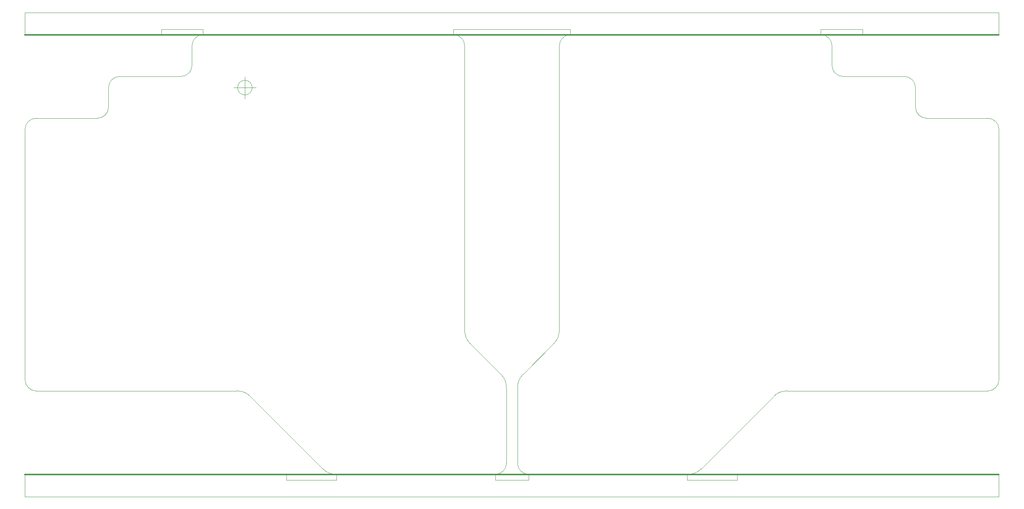
<source format=gm1>
%TF.GenerationSoftware,KiCad,Pcbnew,(6.0.7-1)-1*%
%TF.CreationDate,2022-09-06T15:15:45+08:00*%
%TF.ProjectId,Input,496e7075-742e-46b6-9963-61645f706362,2*%
%TF.SameCoordinates,PX7f2c270PY3f96138*%
%TF.FileFunction,Profile,NP*%
%FSLAX46Y46*%
G04 Gerber Fmt 4.6, Leading zero omitted, Abs format (unit mm)*
G04 Created by KiCad (PCBNEW (6.0.7-1)-1) date 2022-09-06 15:15:45*
%MOMM*%
%LPD*%
G01*
G04 APERTURE LIST*
%TA.AperFunction,Profile*%
%ADD10C,0.300000*%
%TD*%
%TA.AperFunction,Profile*%
%ADD11C,0.120000*%
%TD*%
G04 APERTURE END LIST*
D10*
X-88265000Y-78740000D02*
X133985000Y-78740000D01*
X-88265000Y21590000D02*
X133985000Y21590000D01*
D11*
X133985000Y-78740000D02*
X74295000Y-78740000D01*
X12065030Y-45720001D02*
G75*
G03*
X13335000Y-48895000I4175570J-171299D01*
G01*
X74295000Y-80010000D02*
X74295000Y-78740000D01*
X-17145000Y-80010000D02*
X-28575000Y-80010000D01*
X-88265000Y-78740000D02*
X-88265000Y-83820000D01*
X21589970Y-59054999D02*
G75*
G03*
X20320000Y-55880000I-4175570J171299D01*
G01*
X133985000Y26670000D02*
X133985000Y21590000D01*
X85724999Y-59690030D02*
G75*
G03*
X82550000Y-60960000I-171299J-4175570D01*
G01*
X114935000Y5080000D02*
G75*
G03*
X117475000Y2540000I2540000J0D01*
G01*
X131445000Y2540000D02*
X117475000Y2540000D01*
X-88265000Y0D02*
X-88265000Y-57150000D01*
X32385021Y-48895022D02*
G75*
G03*
X33655000Y-45720000I-2905621J3003722D01*
G01*
X-47625000Y21590000D02*
X-47625000Y22860000D01*
X131445000Y-59690000D02*
G75*
G03*
X133985000Y-57150000I0J2540000D01*
G01*
X9525000Y22860000D02*
X36195000Y22860000D01*
X133985000Y-57150000D02*
X133985000Y0D01*
X-85725000Y2540000D02*
G75*
G03*
X-88265000Y0I0J-2540000D01*
G01*
X95885000Y14605000D02*
X95885000Y19050000D01*
X-20320022Y-77470021D02*
G75*
G03*
X-17145000Y-78740000I3003722J2905621D01*
G01*
X133985000Y26670000D02*
X-88265000Y26670000D01*
X-17145000Y-78740000D02*
X-17145000Y-80010000D01*
X-36829978Y-60959979D02*
G75*
G03*
X-40005000Y-59690000I-3003722J-2905621D01*
G01*
X82550000Y-60960000D02*
X66040000Y-77470000D01*
X-57150000Y22860000D02*
X-57150000Y21590000D01*
X-88265000Y21590000D02*
X-88265000Y26670000D01*
X19050000Y-80010000D02*
X26670000Y-80010000D01*
X-71755000Y2540000D02*
G75*
G03*
X-69215000Y5080000I0J2540000D01*
G01*
X-52705000Y12065000D02*
X-66675000Y12065000D01*
X95885000Y19050000D02*
G75*
G03*
X93345000Y21590000I-2540000J0D01*
G01*
X85725000Y-59690000D02*
X131445000Y-59690000D01*
X102870000Y22860000D02*
X93345000Y22860000D01*
X-20320000Y-77470000D02*
X-36830000Y-60960000D01*
X-88265000Y-57150000D02*
G75*
G03*
X-85725000Y-59690000I2540000J0D01*
G01*
X-52705000Y12065000D02*
G75*
G03*
X-50165000Y14605000I0J2540000D01*
G01*
X-66675000Y12065000D02*
G75*
G03*
X-69215000Y9525000I0J-2540000D01*
G01*
X36195000Y22860000D02*
X36195000Y21590000D01*
X24130000Y-76200000D02*
G75*
G03*
X26670000Y-78740000I2540000J0D01*
G01*
X-71755000Y2540000D02*
X-85725000Y2540000D01*
X-85725000Y-59690000D02*
X-40005000Y-59690000D01*
X133985000Y0D02*
G75*
G03*
X131445000Y2540000I-2540000J0D01*
G01*
X-28575000Y-78740000D02*
X-28575000Y-80010000D01*
X114935000Y9525000D02*
G75*
G03*
X112395000Y12065000I-2540000J0D01*
G01*
X93345000Y22860000D02*
X93345000Y21590000D01*
X-47625000Y21590000D02*
G75*
G03*
X-50165000Y19050000I0J-2540000D01*
G01*
X25399979Y-55879978D02*
G75*
G03*
X24130000Y-59055000I2905621J-3003722D01*
G01*
X133985000Y21590000D02*
X102870000Y21590000D01*
X24130000Y-76200000D02*
X24130000Y-59055000D01*
X-47625000Y22860000D02*
X-57150000Y22860000D01*
X20320000Y-55880000D02*
X13335000Y-48895000D01*
X19050000Y-78740000D02*
X19050000Y-80010000D01*
X62865001Y-78739970D02*
G75*
G03*
X66040000Y-77470000I171299J4175570D01*
G01*
X-50165000Y19050000D02*
X-50165000Y14605000D01*
X33655000Y19050000D02*
X33655000Y-45720000D01*
X-28575000Y-78740000D02*
X-88265000Y-78740000D01*
X26670000Y-80010000D02*
X26670000Y-78740000D01*
X62865000Y-80010000D02*
X62865000Y-78740000D01*
X32385000Y-48895000D02*
X25400000Y-55880000D01*
X95885000Y14605000D02*
G75*
G03*
X98425000Y12065000I2540000J0D01*
G01*
X19050000Y-78740000D02*
G75*
G03*
X21590000Y-76200000I0J2540000D01*
G01*
X21590000Y-59055000D02*
X21590000Y-76200000D01*
X133985000Y-83820000D02*
X-88265000Y-83820000D01*
X133985000Y-83820000D02*
X133985000Y-78740000D01*
X102870000Y21590000D02*
X102870000Y22860000D01*
X-57150000Y21590000D02*
X-88265000Y21590000D01*
X36195000Y21590000D02*
G75*
G03*
X33655000Y19050000I0J-2540000D01*
G01*
X9525000Y21590000D02*
X9525000Y22860000D01*
X112395000Y12065000D02*
X98425000Y12065000D01*
X-69215000Y9525000D02*
X-69215000Y5080000D01*
X114935000Y5080000D02*
X114935000Y9525000D01*
X12065000Y-45720000D02*
X12065000Y19050000D01*
X12065000Y19050000D02*
G75*
G03*
X9525000Y21590000I-2540000J0D01*
G01*
X74295000Y-80010000D02*
X62865000Y-80010000D01*
X-36433334Y9525000D02*
G75*
G03*
X-36433334Y9525000I-1666666J0D01*
G01*
X-40600000Y9525000D02*
X-35600000Y9525000D01*
X-38100000Y12025000D02*
X-38100000Y7025000D01*
X-36433334Y9525000D02*
G75*
G03*
X-36433334Y9525000I-1666666J0D01*
G01*
X-40600000Y9525000D02*
X-35600000Y9525000D01*
X-38100000Y12025000D02*
X-38100000Y7025000D01*
M02*

</source>
